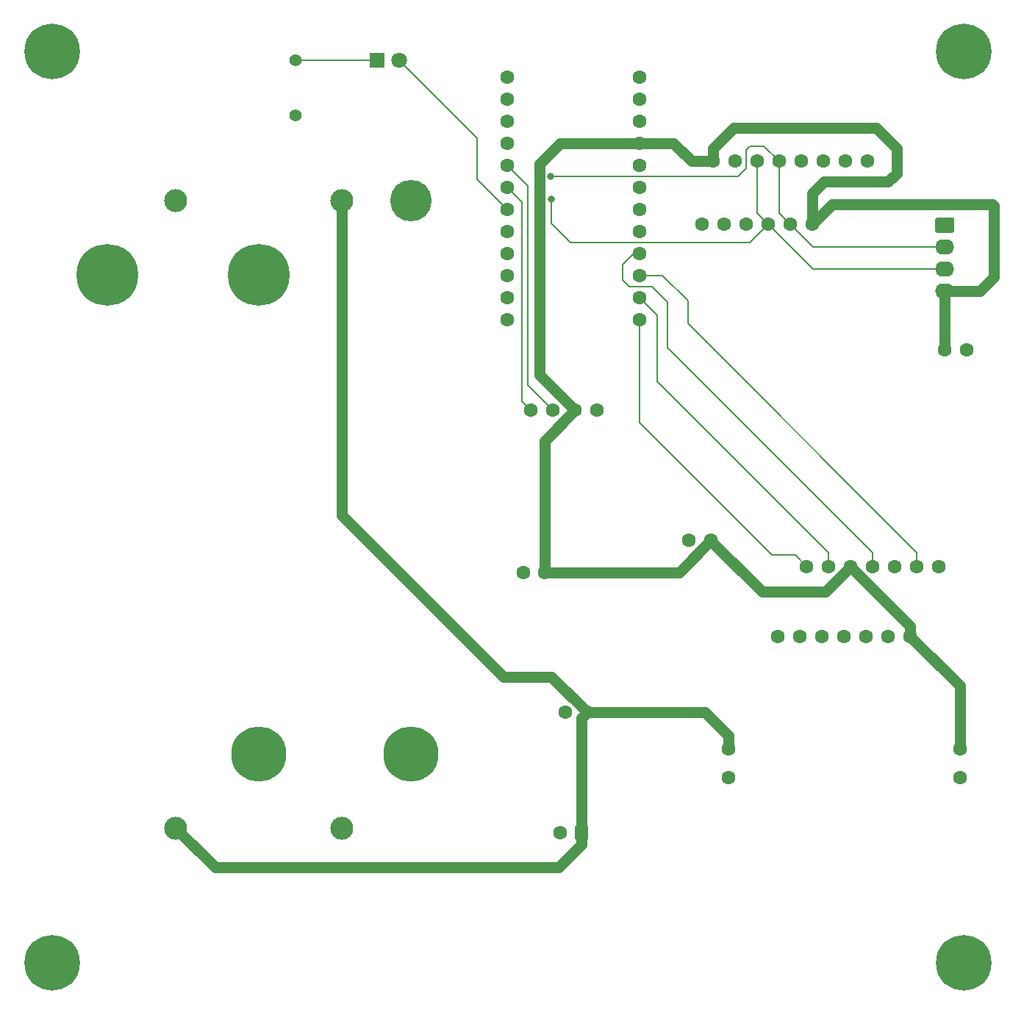
<source format=gbr>
G04 #@! TF.GenerationSoftware,KiCad,Pcbnew,(5.1.5)-3*
G04 #@! TF.CreationDate,2020-11-07T14:44:15-05:00*
G04 #@! TF.ProjectId,OceanSense,4f636561-6e53-4656-9e73-652e6b696361,rev?*
G04 #@! TF.SameCoordinates,Original*
G04 #@! TF.FileFunction,Copper,L1,Top*
G04 #@! TF.FilePolarity,Positive*
%FSLAX46Y46*%
G04 Gerber Fmt 4.6, Leading zero omitted, Abs format (unit mm)*
G04 Created by KiCad (PCBNEW (5.1.5)-3) date 2020-11-07 14:44:15*
%MOMM*%
%LPD*%
G04 APERTURE LIST*
%ADD10C,1.600200*%
%ADD11C,4.775200*%
%ADD12C,2.641600*%
%ADD13C,7.112000*%
%ADD14C,6.350000*%
%ADD15C,1.600000*%
%ADD16O,2.200000X1.740000*%
%ADD17C,0.100000*%
%ADD18C,6.400000*%
%ADD19C,1.422400*%
%ADD20C,1.800000*%
%ADD21R,1.800000X1.800000*%
%ADD22R,1.600000X1.600000*%
%ADD23C,0.800000*%
%ADD24C,1.270000*%
%ADD25C,0.508000*%
%ADD26C,0.203200*%
G04 APERTURE END LIST*
D10*
X22620000Y517065000D03*
X22620000Y514525000D03*
X22620000Y511985000D03*
X22620000Y509445000D03*
X22620000Y506905000D03*
X22620000Y504365000D03*
X22620000Y501825000D03*
X22620000Y499285000D03*
X22620000Y496745000D03*
X22620000Y494205000D03*
X22620000Y491665000D03*
X22620000Y489125000D03*
X7380000Y489125000D03*
X7380000Y491665000D03*
X7380000Y494205000D03*
X7380000Y496745000D03*
X7380000Y499285000D03*
X7380000Y501825000D03*
X7380000Y504365000D03*
X7380000Y506905000D03*
X7380000Y509445000D03*
X7380000Y511985000D03*
X7380000Y514525000D03*
X7380000Y517065000D03*
X48890000Y507380000D03*
X46350000Y507380000D03*
X43810000Y507380000D03*
X41270000Y507380000D03*
X38730000Y507380000D03*
X36190000Y507380000D03*
X33650000Y507380000D03*
X31110000Y507380000D03*
X29845000Y500126000D03*
X32385000Y500126000D03*
X34925000Y500126000D03*
X37465000Y500126000D03*
X40005000Y500126000D03*
X42545000Y500126000D03*
X41910000Y460629000D03*
X44450000Y460629000D03*
X52070000Y460629000D03*
X49530000Y460629000D03*
X46990000Y460629000D03*
X54610000Y460629000D03*
X57150000Y460629000D03*
X10160000Y478663000D03*
X12700000Y478663000D03*
X15240000Y478663000D03*
X17780000Y478663000D03*
X53848000Y452628000D03*
X51308000Y452628000D03*
X48768000Y452628000D03*
X46228000Y452628000D03*
X43688000Y452628000D03*
X41148000Y452628000D03*
X38608000Y452628000D03*
X59563000Y436397400D03*
X59563000Y439648600D03*
X32893000Y436397400D03*
X32893000Y439648600D03*
D11*
X-3662000Y502814000D03*
D12*
X-11612200Y502814000D03*
X-30738400Y502814000D03*
X-30738400Y430551000D03*
X-11612200Y430551000D03*
D13*
X-38663200Y494305000D03*
X-21188000Y494305000D03*
D14*
X-3662000Y439060000D03*
X-21188000Y439060000D03*
D15*
X60300000Y485600000D03*
X57800000Y485600000D03*
D16*
X57800000Y492380000D03*
X57800000Y494920000D03*
X57800000Y497460000D03*
G04 #@! TA.AperFunction,ComponentPad*
D17*
G36*
X58674505Y500868796D02*
G01*
X58698773Y500865196D01*
X58722572Y500859235D01*
X58745671Y500850970D01*
X58767850Y500840480D01*
X58788893Y500827868D01*
X58808599Y500813253D01*
X58826777Y500796777D01*
X58843253Y500778599D01*
X58857868Y500758893D01*
X58870480Y500737850D01*
X58880970Y500715671D01*
X58889235Y500692572D01*
X58895196Y500668773D01*
X58898796Y500644505D01*
X58900000Y500620001D01*
X58900000Y499379999D01*
X58898796Y499355495D01*
X58895196Y499331227D01*
X58889235Y499307428D01*
X58880970Y499284329D01*
X58870480Y499262150D01*
X58857868Y499241107D01*
X58843253Y499221401D01*
X58826777Y499203223D01*
X58808599Y499186747D01*
X58788893Y499172132D01*
X58767850Y499159520D01*
X58745671Y499149030D01*
X58722572Y499140765D01*
X58698773Y499134804D01*
X58674505Y499131204D01*
X58650001Y499130000D01*
X56949999Y499130000D01*
X56925495Y499131204D01*
X56901227Y499134804D01*
X56877428Y499140765D01*
X56854329Y499149030D01*
X56832150Y499159520D01*
X56811107Y499172132D01*
X56791401Y499186747D01*
X56773223Y499203223D01*
X56756747Y499221401D01*
X56742132Y499241107D01*
X56729520Y499262150D01*
X56719030Y499284329D01*
X56710765Y499307428D01*
X56704804Y499331227D01*
X56701204Y499355495D01*
X56700000Y499379999D01*
X56700000Y500620001D01*
X56701204Y500644505D01*
X56704804Y500668773D01*
X56710765Y500692572D01*
X56719030Y500715671D01*
X56729520Y500737850D01*
X56742132Y500758893D01*
X56756747Y500778599D01*
X56773223Y500796777D01*
X56791401Y500813253D01*
X56811107Y500827868D01*
X56832150Y500840480D01*
X56854329Y500850970D01*
X56877428Y500859235D01*
X56901227Y500865196D01*
X56925495Y500868796D01*
X56949999Y500870000D01*
X58650001Y500870000D01*
X58674505Y500868796D01*
G37*
G04 #@! TD.AperFunction*
D18*
X-45000000Y520000000D03*
X60000000Y415000000D03*
X-45000000Y415000000D03*
X60000000Y520000000D03*
D19*
X-17000000Y512650000D03*
X-17000000Y519000000D03*
D20*
X-5035000Y519000000D03*
D21*
X-7575000Y519000000D03*
D22*
X16000000Y430000000D03*
D15*
X13500000Y430000000D03*
X16637000Y443865000D03*
X14137000Y443865000D03*
X28361000Y463677000D03*
X30861000Y463677000D03*
X11750000Y460000000D03*
X9250000Y460000000D03*
D23*
X12400000Y505600000D03*
X12500000Y503000000D03*
D24*
X27184000Y460000000D02*
X30861000Y463677000D01*
X11750000Y460000000D02*
X27184000Y460000000D01*
X11750000Y475173000D02*
X15240000Y478663000D01*
X11750000Y460000000D02*
X11750000Y475173000D01*
X31110000Y507380000D02*
X28620000Y507380000D01*
X26555000Y509445000D02*
X22620000Y509445000D01*
X28620000Y507380000D02*
X26555000Y509445000D01*
X57800000Y486731370D02*
X57800000Y492380000D01*
X57800000Y485600000D02*
X57800000Y486731370D01*
X44111000Y457750000D02*
X46990000Y460629000D01*
X36775000Y457750000D02*
X44111000Y457750000D01*
D25*
X30861000Y463677000D02*
X30861000Y463664000D01*
D24*
X30861000Y463664000D02*
X36775000Y457750000D01*
X53848000Y452628000D02*
X53848000Y453771000D01*
X53848000Y453771000D02*
X46990000Y460629000D01*
X44819000Y502400000D02*
X42545000Y500126000D01*
X61880000Y492380000D02*
X63500000Y494000000D01*
X57800000Y492380000D02*
X61880000Y492380000D01*
X63500000Y494000000D02*
X63500000Y502200000D01*
X63500000Y502200000D02*
X63300000Y502400000D01*
X63300000Y502400000D02*
X44819000Y502400000D01*
X31110000Y508810000D02*
X31110000Y507380000D01*
X49875000Y511200000D02*
X33500000Y511200000D01*
X33500000Y511200000D02*
X31110000Y508810000D01*
X52275000Y508800000D02*
X49875000Y511200000D01*
X42545000Y503645000D02*
X43900000Y505000000D01*
X42545000Y500126000D02*
X42545000Y503645000D01*
X43900000Y505000000D02*
X51275000Y505000000D01*
X51275000Y505000000D02*
X52275000Y506000000D01*
X52275000Y506000000D02*
X52275000Y508800000D01*
X13520000Y509445000D02*
X22620000Y509445000D01*
X11125000Y507050000D02*
X13520000Y509445000D01*
X15240000Y478663000D02*
X11125000Y482778000D01*
X11125000Y482778000D02*
X11125000Y507050000D01*
X59563000Y446913000D02*
X53848000Y452628000D01*
X59563000Y439648600D02*
X59563000Y446913000D01*
D26*
X38730000Y501401000D02*
X40005000Y500126000D01*
X38730000Y507380000D02*
X38730000Y501401000D01*
X42671000Y497460000D02*
X40005000Y500126000D01*
X57800000Y497460000D02*
X42671000Y497460000D01*
X9800000Y504485000D02*
X7380000Y506905000D01*
X12700000Y478663000D02*
X9800000Y481563000D01*
X9800000Y481563000D02*
X9800000Y504485000D01*
X12965685Y505600000D02*
X12400000Y505600000D01*
X36996611Y509113389D02*
X35338389Y509113389D01*
X38730000Y507380000D02*
X36996611Y509113389D01*
X35338389Y509113389D02*
X34925000Y508700000D01*
X34000000Y505600000D02*
X12965685Y505600000D01*
X34925000Y506525000D02*
X34000000Y505600000D01*
X34925000Y508700000D02*
X34925000Y506525000D01*
X36190000Y501401000D02*
X37465000Y500126000D01*
X36190000Y507380000D02*
X36190000Y501401000D01*
X10160000Y478663000D02*
X9073000Y479750000D01*
X9073000Y502672000D02*
X7380000Y504365000D01*
X9073000Y479750000D02*
X9073000Y502672000D01*
X37465000Y500126000D02*
X35339000Y498000000D01*
X14700000Y498000000D02*
X12500000Y500200000D01*
X35339000Y498000000D02*
X14700000Y498000000D01*
X12500000Y500200000D02*
X12500000Y503000000D01*
X42671000Y494920000D02*
X37465000Y500126000D01*
X57800000Y494920000D02*
X42671000Y494920000D01*
X24700000Y489585000D02*
X22620000Y491665000D01*
X24700000Y482025000D02*
X24700000Y489585000D01*
X44450000Y460629000D02*
X44450000Y462275000D01*
X44450000Y462275000D02*
X24700000Y482025000D01*
X28200000Y491300000D02*
X25295000Y494205000D01*
X28200000Y488700000D02*
X28200000Y491300000D01*
X25295000Y494205000D02*
X22620000Y494205000D01*
X54610000Y460629000D02*
X54610000Y462290000D01*
X54610000Y462290000D02*
X28200000Y488700000D01*
X21945000Y496745000D02*
X22620000Y496745000D01*
X24050000Y492950000D02*
X21450000Y492950000D01*
X20700000Y493700000D02*
X20700000Y495500000D01*
X49525000Y460634000D02*
X49525000Y462275000D01*
X21450000Y492950000D02*
X20700000Y493700000D01*
X49530000Y460629000D02*
X49525000Y460634000D01*
X20700000Y495500000D02*
X21945000Y496745000D01*
X25900000Y485900000D02*
X25900000Y491100000D01*
X49525000Y462275000D02*
X25900000Y485900000D01*
X25900000Y491100000D02*
X24050000Y492950000D01*
X22620000Y477280000D02*
X22620000Y489125000D01*
X37925000Y461975000D02*
X22620000Y477280000D01*
X41910000Y460629000D02*
X40564000Y461975000D01*
X40564000Y461975000D02*
X37925000Y461975000D01*
D24*
X13308000Y426000000D02*
X16000000Y428692000D01*
X-26187400Y426000000D02*
X13308000Y426000000D01*
X16000000Y428692000D02*
X16000000Y430000000D01*
X-30738400Y430551000D02*
X-26187400Y426000000D01*
X-11612200Y502814000D02*
X-11612200Y466612200D01*
X-11612200Y466612200D02*
X7000000Y448000000D01*
X12502000Y448000000D02*
X16637000Y443865000D01*
X7000000Y448000000D02*
X12502000Y448000000D01*
X16000000Y443228000D02*
X16637000Y443865000D01*
X16000000Y430000000D02*
X16000000Y443228000D01*
X32893000Y441198000D02*
X32893000Y439648600D01*
X16637000Y443865000D02*
X30226000Y443865000D01*
X30226000Y443865000D02*
X32893000Y441198000D01*
D26*
X-5035000Y519000000D02*
X3965000Y510000000D01*
X3965000Y505240000D02*
X7380000Y501825000D01*
X3965000Y510000000D02*
X3965000Y505240000D01*
X-17000000Y519000000D02*
X-7575000Y519000000D01*
M02*

</source>
